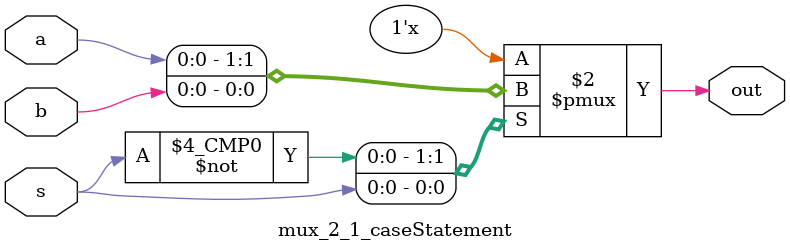
<source format=v>
`timescale 1ns / 1ps
module mux_2_1_caseStatement(
    input a,
    input b,
    input s,
    output out
    );
	 reg out;
	 always @(*)
	 begin
		casex(s)
			1'b0: out = a;
			1'b1: out = b;
			default: out = 1'bx;
		endcase
	 end

endmodule

</source>
